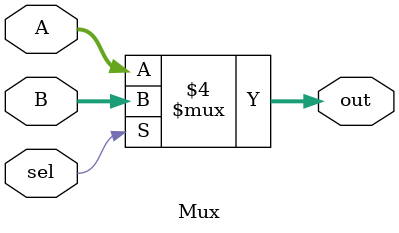
<source format=v>
`timescale 1ns / 1ps


module Mux(A,B,sel,out);
    input [31:0] A,B;
    input sel;
    output reg [31:0] out;
    
    always @(*) begin
        if(sel == 0)
            out = A;
        else out = B;
    end
endmodule

</source>
